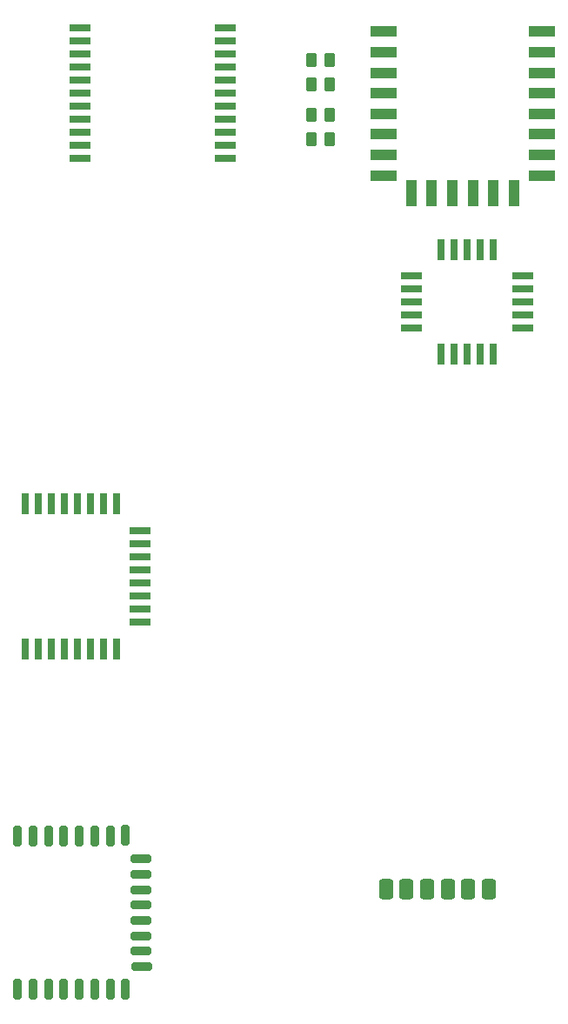
<source format=gbp>
G04 #@! TF.GenerationSoftware,KiCad,Pcbnew,7.0.7*
G04 #@! TF.CreationDate,2024-01-09T19:06:28-05:00*
G04 #@! TF.ProjectId,sensor_node,73656e73-6f72-45f6-9e6f-64652e6b6963,rev?*
G04 #@! TF.SameCoordinates,Original*
G04 #@! TF.FileFunction,Paste,Bot*
G04 #@! TF.FilePolarity,Positive*
%FSLAX46Y46*%
G04 Gerber Fmt 4.6, Leading zero omitted, Abs format (unit mm)*
G04 Created by KiCad (PCBNEW 7.0.7) date 2024-01-09 19:06:28*
%MOMM*%
%LPD*%
G01*
G04 APERTURE LIST*
G04 Aperture macros list*
%AMRoundRect*
0 Rectangle with rounded corners*
0 $1 Rounding radius*
0 $2 $3 $4 $5 $6 $7 $8 $9 X,Y pos of 4 corners*
0 Add a 4 corners polygon primitive as box body*
4,1,4,$2,$3,$4,$5,$6,$7,$8,$9,$2,$3,0*
0 Add four circle primitives for the rounded corners*
1,1,$1+$1,$2,$3*
1,1,$1+$1,$4,$5*
1,1,$1+$1,$6,$7*
1,1,$1+$1,$8,$9*
0 Add four rect primitives between the rounded corners*
20,1,$1+$1,$2,$3,$4,$5,0*
20,1,$1+$1,$4,$5,$6,$7,0*
20,1,$1+$1,$6,$7,$8,$9,0*
20,1,$1+$1,$8,$9,$2,$3,0*%
G04 Aperture macros list end*
%ADD10RoundRect,0.350000X-0.350000X0.650000X-0.350000X-0.650000X0.350000X-0.650000X0.350000X0.650000X0*%
%ADD11RoundRect,0.250000X0.262500X0.450000X-0.262500X0.450000X-0.262500X-0.450000X0.262500X-0.450000X0*%
%ADD12R,2.000000X0.700000*%
%ADD13R,0.700000X2.000000*%
%ADD14RoundRect,0.200000X0.200000X-0.800000X0.200000X0.800000X-0.200000X0.800000X-0.200000X-0.800000X0*%
%ADD15RoundRect,0.200000X-0.800000X-0.200000X0.800000X-0.200000X0.800000X0.200000X-0.800000X0.200000X0*%
%ADD16R,2.500000X1.100000*%
%ADD17R,1.100000X2.500000*%
G04 APERTURE END LIST*
D10*
X181750000Y-128050000D03*
X183750000Y-128050000D03*
X185750000Y-128050000D03*
X187750000Y-128050000D03*
X189750000Y-128050000D03*
X191750000Y-128050000D03*
D11*
X176300000Y-52700000D03*
X174475000Y-52700000D03*
X176300000Y-49750000D03*
X174475000Y-49750000D03*
X176287500Y-47350000D03*
X174462500Y-47350000D03*
X176287500Y-55100000D03*
X174462500Y-55100000D03*
D12*
X195050000Y-68350000D03*
X195050000Y-69620000D03*
X195050000Y-70890000D03*
X195050000Y-72160000D03*
X195050000Y-73430000D03*
D13*
X192200000Y-75950000D03*
X190930000Y-75950000D03*
X189660000Y-75950000D03*
X188390000Y-75950000D03*
X187120000Y-75950000D03*
D12*
X184250000Y-73480000D03*
X184250000Y-72210000D03*
X184250000Y-70940000D03*
X184250000Y-69670000D03*
X184250000Y-68400000D03*
D13*
X187120000Y-65850000D03*
X188390000Y-65850000D03*
X189660000Y-65850000D03*
X190930000Y-65850000D03*
X192200000Y-65850000D03*
X146650000Y-104650000D03*
X147920000Y-104650000D03*
X149190000Y-104650000D03*
X150460000Y-104650000D03*
X151730000Y-104650000D03*
X153000000Y-104650000D03*
X154270000Y-104650000D03*
X155540000Y-104650000D03*
D12*
X157800000Y-102030000D03*
X157800000Y-100760000D03*
X157800000Y-99490000D03*
X157800000Y-98220000D03*
X157800000Y-96950000D03*
X157800000Y-95680000D03*
X157800000Y-94410000D03*
X157800000Y-93140000D03*
D13*
X155540000Y-90550000D03*
X154270000Y-90550000D03*
X153000000Y-90550000D03*
X151730000Y-90550000D03*
X150460000Y-90550000D03*
X149190000Y-90550000D03*
X147920000Y-90550000D03*
X146650000Y-90550000D03*
D14*
X145900000Y-122850000D03*
X147400000Y-122850000D03*
X148900000Y-122850000D03*
X150400000Y-122850000D03*
X151900000Y-122850000D03*
X153400000Y-122850000D03*
X154900000Y-122850000D03*
X156400000Y-122800000D03*
D15*
X157900000Y-125100000D03*
X157900000Y-126600000D03*
X157900000Y-128100000D03*
X157900000Y-129600000D03*
X157900000Y-131100000D03*
X157900000Y-132600000D03*
X157900000Y-134100000D03*
X157950000Y-135600000D03*
D14*
X156400000Y-137800000D03*
X154900000Y-137800000D03*
X153400000Y-137800000D03*
X151900000Y-137800000D03*
X150400000Y-137800000D03*
X148900000Y-137800000D03*
X147400000Y-137800000D03*
X145900000Y-137800000D03*
D16*
X196900000Y-44600000D03*
X196900000Y-46600000D03*
X196900000Y-48600000D03*
X196900000Y-50600000D03*
X196900000Y-52600000D03*
X196900000Y-54600000D03*
X196900000Y-56600000D03*
X196900000Y-58600000D03*
X181500000Y-58600000D03*
X181500000Y-56600000D03*
X181500000Y-54600000D03*
X181500000Y-52600000D03*
X181500000Y-50600000D03*
X181500000Y-48600000D03*
X181500000Y-46600000D03*
X181500000Y-44600000D03*
D17*
X194210000Y-60300000D03*
X192210000Y-60300000D03*
X190210000Y-60300000D03*
X188210000Y-60300000D03*
X186210000Y-60300000D03*
X184210000Y-60300000D03*
D12*
X152000000Y-44212500D03*
X152000000Y-45482500D03*
X152000000Y-46752500D03*
X152000000Y-48022500D03*
X152000000Y-49292500D03*
X152000000Y-50562500D03*
X152000000Y-51832500D03*
X152000000Y-53102500D03*
X152000000Y-54372500D03*
X152000000Y-55642500D03*
X152000000Y-56912500D03*
X166100000Y-56912500D03*
X166100000Y-55642500D03*
X166100000Y-54372500D03*
X166100000Y-53102500D03*
X166100000Y-51832500D03*
X166100000Y-50562500D03*
X166100000Y-49292500D03*
X166100000Y-48022500D03*
X166100000Y-46752500D03*
X166100000Y-45482500D03*
X166100000Y-44212500D03*
M02*

</source>
